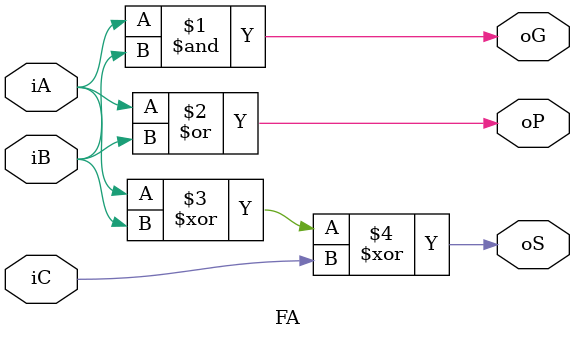
<source format=v>
module FA
(
	iA,
	iB,
	iC,
	oS,
	oP,
    oG
);

    input iA;
	input iB;
	input iC;

	output oS;
	output oP;
    output oG;

	assign oG=iA&iB;
	assign oP=iA|iB;
	assign oS=iA^iB^iC;
    
endmodule

</source>
